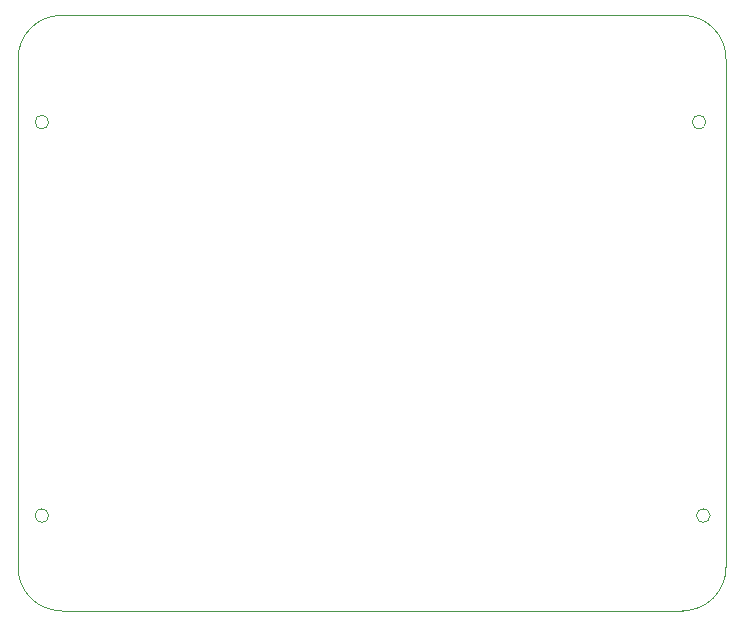
<source format=gm1>
G04 #@! TF.GenerationSoftware,KiCad,Pcbnew,(5.1.10)-1*
G04 #@! TF.CreationDate,2021-10-27T16:42:24-05:00*
G04 #@! TF.ProjectId,Board,426f6172-642e-46b6-9963-61645f706362,rev?*
G04 #@! TF.SameCoordinates,PX88abcb0PY37c5580*
G04 #@! TF.FileFunction,Profile,NP*
%FSLAX46Y46*%
G04 Gerber Fmt 4.6, Leading zero omitted, Abs format (unit mm)*
G04 Created by KiCad (PCBNEW (5.1.10)-1) date 2021-10-27 16:42:24*
%MOMM*%
%LPD*%
G01*
G04 APERTURE LIST*
G04 #@! TA.AperFunction,Profile*
%ADD10C,0.050000*%
G04 #@! TD*
G04 APERTURE END LIST*
D10*
X33266000Y-40520000D02*
G75*
G03*
X33266000Y-40520000I-576000J0D01*
G01*
X-22734000Y-40520000D02*
G75*
G03*
X-22734000Y-40520000I-576000J0D01*
G01*
X-22734000Y-7210000D02*
G75*
G03*
X-22734000Y-7210000I-576000J0D01*
G01*
X32906000Y-7210000D02*
G75*
G03*
X32906000Y-7210000I-576000J0D01*
G01*
X30934000Y-48581000D02*
X-21644000Y-48581000D01*
X34617000Y-1845000D02*
X34617000Y-44898000D01*
X-21644000Y1838000D02*
X30934000Y1838000D01*
X-25327000Y-44898000D02*
X-25327000Y-1845000D01*
X-21644000Y-48581000D02*
G75*
G02*
X-25327000Y-44898000I0J3683000D01*
G01*
X34617000Y-44898000D02*
G75*
G02*
X30934000Y-48581000I-3683000J0D01*
G01*
X30934000Y1838000D02*
G75*
G02*
X34617000Y-1845000I0J-3683000D01*
G01*
X-25327000Y-1845000D02*
G75*
G02*
X-21644000Y1838000I3683000J0D01*
G01*
M02*

</source>
